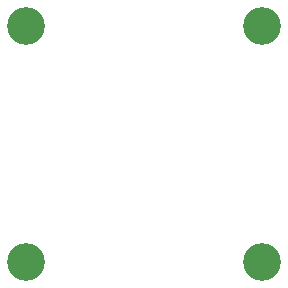
<source format=gbr>
%TF.GenerationSoftware,KiCad,Pcbnew,9.0.2*%
%TF.CreationDate,2025-06-01T02:51:53-04:00*%
%TF.ProjectId,Encoder,456e636f-6465-4722-9e6b-696361645f70,rev?*%
%TF.SameCoordinates,Original*%
%TF.FileFunction,Soldermask,Bot*%
%TF.FilePolarity,Negative*%
%FSLAX46Y46*%
G04 Gerber Fmt 4.6, Leading zero omitted, Abs format (unit mm)*
G04 Created by KiCad (PCBNEW 9.0.2) date 2025-06-01 02:51:53*
%MOMM*%
%LPD*%
G01*
G04 APERTURE LIST*
%ADD10C,3.200000*%
G04 APERTURE END LIST*
D10*
%TO.C,REF\u002A\u002A*%
X110000000Y-95000000D03*
%TD*%
%TO.C,REF\u002A\u002A*%
X130000000Y-95000000D03*
%TD*%
%TO.C,REF\u002A\u002A*%
X130000000Y-75000000D03*
%TD*%
%TO.C,REF\u002A\u002A*%
X110000000Y-75000000D03*
%TD*%
M02*

</source>
